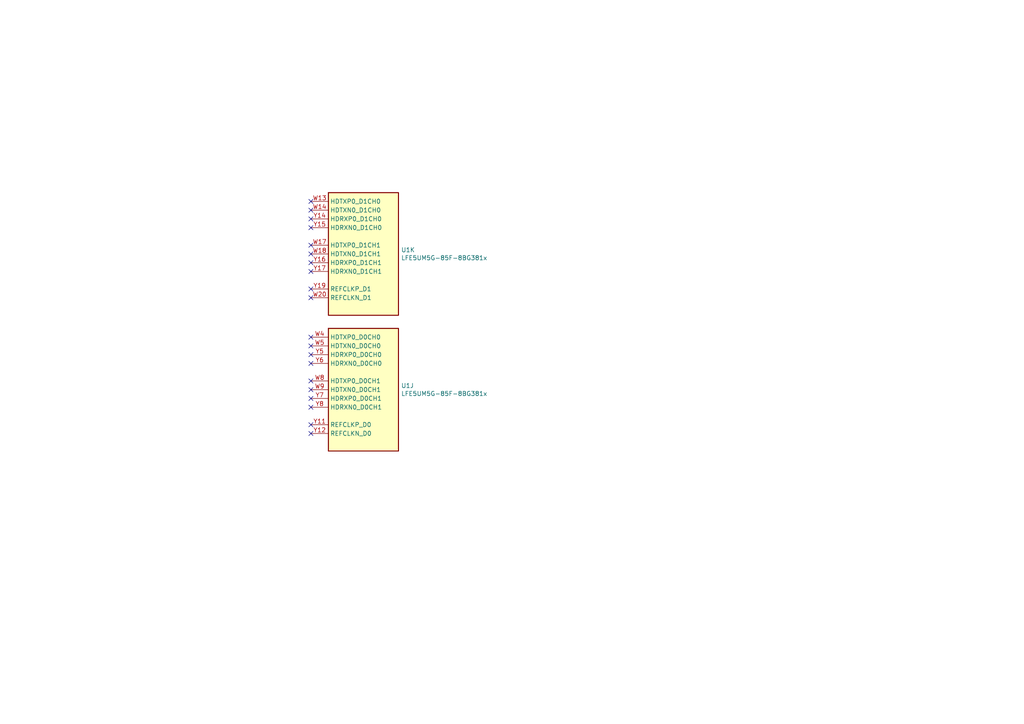
<source format=kicad_sch>
(kicad_sch (version 20210406) (generator eeschema)
  (paper "A4")
  (lib_symbols
    (symbol "Mainboard-rescue:LFE5UM5G-85F-8BG381x-FPGA_Lattice"
      (property "Reference" "U" (at 24.13 16.51 0))
      (property "Value" "LFE5UM5G-85F-8BG381x-FPGA_Lattice" (at 24.13 13.97 0))
      (symbol "LFE5UM5G-85F-8BG381x-FPGA_Lattice_1_1"
        (rectangle (start -25.4 10.16) (end 25.4 -10.16) (stroke (width 0.3048)) (fill (type background)))
        (pin passive line (at 0 -15.24 90) (length 5.08) hide (name "GND") (number "B14"))
        (pin passive line (at 0 -15.24 90) (length 5.08) hide (name "GND") (number "B7"))
        (pin power_in line (at 0 -15.24 90) (length 5.08) (name "GND") (number "C19"))
        (pin passive line (at 0 -15.24 90) (length 5.08) hide (name "GND") (number "D4"))
        (pin passive line (at 0 -15.24 90) (length 5.08) hide (name "GND") (number "F13"))
        (pin passive line (at 0 -15.24 90) (length 5.08) hide (name "GND") (number "F14"))
        (pin passive line (at 12.7 15.24 270) (length 5.08) hide (name "VCCAUX") (number "F15"))
        (pin passive line (at 12.7 15.24 270) (length 5.08) hide (name "VCCAUX") (number "F6"))
        (pin passive line (at 0 -15.24 90) (length 5.08) hide (name "GND") (number "F7"))
        (pin passive line (at 0 -15.24 90) (length 5.08) hide (name "GND") (number "F8"))
        (pin passive line (at 0 -15.24 90) (length 5.08) hide (name "GND") (number "G10"))
        (pin passive line (at 0 -15.24 90) (length 5.08) hide (name "GND") (number "G11"))
        (pin passive line (at 0 -15.24 90) (length 5.08) hide (name "GND") (number "G12"))
        (pin passive line (at 0 -15.24 90) (length 5.08) hide (name "GND") (number "G13"))
        (pin passive line (at 0 -15.24 90) (length 5.08) hide (name "GND") (number "G14"))
        (pin passive line (at 0 -15.24 90) (length 5.08) hide (name "GND") (number "G15"))
        (pin passive line (at 0 -15.24 90) (length 5.08) hide (name "GND") (number "G17"))
        (pin passive line (at 0 -15.24 90) (length 5.08) hide (name "GND") (number "G4"))
        (pin passive line (at 0 -15.24 90) (length 5.08) hide (name "GND") (number "G6"))
        (pin passive line (at 0 -15.24 90) (length 5.08) hide (name "GND") (number "G7"))
        (pin passive line (at 0 -15.24 90) (length 5.08) hide (name "GND") (number "G8"))
        (pin passive line (at 0 -15.24 90) (length 5.08) hide (name "GND") (number "G9"))
        (pin passive line (at 0 15.24 270) (length 5.08) hide (name "VCC") (number "H10"))
        (pin passive line (at 0 15.24 270) (length 5.08) hide (name "VCC") (number "H11"))
        (pin passive line (at 0 15.24 270) (length 5.08) hide (name "VCC") (number "H12"))
        (pin power_in line (at 0 15.24 270) (length 5.08) (name "VCC") (number "H13"))
        (pin passive line (at 0 -15.24 90) (length 5.08) hide (name "GND") (number "H19"))
        (pin passive line (at 0 15.24 270) (length 5.08) hide (name "VCC") (number "H8"))
        (pin passive line (at 0 15.24 270) (length 5.08) hide (name "VCC") (number "H9"))
        (pin passive line (at 0 -15.24 90) (length 5.08) hide (name "GND") (number "J10"))
        (pin passive line (at 0 -15.24 90) (length 5.08) hide (name "GND") (number "J11"))
        (pin passive line (at 0 -15.24 90) (length 5.08) hide (name "GND") (number "J12"))
        (pin passive line (at 0 15.24 270) (length 5.08) hide (name "VCC") (number "J13"))
        (pin passive line (at 0 -15.24 90) (length 5.08) hide (name "GND") (number "J14"))
        (pin passive line (at 0 -15.24 90) (length 5.08) hide (name "GND") (number "J2"))
        (pin passive line (at 0 -15.24 90) (length 5.08) hide (name "GND") (number "J7"))
        (pin passive line (at 0 15.24 270) (length 5.08) hide (name "VCC") (number "J8"))
        (pin passive line (at 0 -15.24 90) (length 5.08) hide (name "GND") (number "J9"))
        (pin passive line (at 0 -15.24 90) (length 5.08) hide (name "GND") (number "K10"))
        (pin passive line (at 0 -15.24 90) (length 5.08) hide (name "GND") (number "K11"))
        (pin passive line (at 0 -15.24 90) (length 5.08) hide (name "GND") (number "K12"))
        (pin passive line (at 0 15.24 270) (length 5.08) hide (name "VCC") (number "K13"))
        (pin passive line (at 0 -15.24 90) (length 5.08) hide (name "GND") (number "K14"))
        (pin passive line (at 0 -15.24 90) (length 5.08) hide (name "GND") (number "K15"))
        (pin passive line (at 0 -15.24 90) (length 5.08) hide (name "GND") (number "K6"))
        (pin passive line (at 0 -15.24 90) (length 5.08) hide (name "GND") (number "K7"))
        (pin passive line (at 0 15.24 270) (length 5.08) hide (name "VCC") (number "K8"))
        (pin passive line (at 0 -15.24 90) (length 5.08) hide (name "GND") (number "K9"))
        (pin passive line (at 0 -15.24 90) (length 5.08) hide (name "GND") (number "L10"))
        (pin passive line (at 0 -15.24 90) (length 5.08) hide (name "GND") (number "L11"))
        (pin passive line (at 0 -15.24 90) (length 5.08) hide (name "GND") (number "L12"))
        (pin passive line (at 0 15.24 270) (length 5.08) hide (name "VCC") (number "L13"))
        (pin passive line (at 0 15.24 270) (length 5.08) hide (name "VCC") (number "L8"))
        (pin passive line (at 0 -15.24 90) (length 5.08) hide (name "GND") (number "L9"))
        (pin passive line (at 0 -15.24 90) (length 5.08) hide (name "GND") (number "M10"))
        (pin passive line (at 0 -15.24 90) (length 5.08) hide (name "GND") (number "M11"))
        (pin passive line (at 0 -15.24 90) (length 5.08) hide (name "GND") (number "M12"))
        (pin passive line (at 0 15.24 270) (length 5.08) hide (name "VCC") (number "M13"))
        (pin passive line (at 0 -15.24 90) (length 5.08) hide (name "GND") (number "M14"))
        (pin passive line (at 0 -15.24 90) (length 5.08) hide (name "GND") (number "M16"))
        (pin passive line (at 0 -15.24 90) (length 5.08) hide (name "GND") (number "M2"))
        (pin passive line (at 0 -15.24 90) (length 5.08) hide (name "GND") (number "M7"))
        (pin passive line (at 0 15.24 270) (length 5.08) hide (name "VCC") (number "M8"))
        (pin passive line (at 0 -15.24 90) (length 5.08) hide (name "GND") (number "M9"))
        (pin passive line (at 0 15.24 270) (length 5.08) hide (name "VCC") (number "N10"))
        (pin passive line (at 0 15.24 270) (length 5.08) hide (name "VCC") (number "N11"))
        (pin passive line (at 0 15.24 270) (length 5.08) hide (name "VCC") (number "N12"))
        (pin passive line (at 0 15.24 270) (length 5.08) hide (name "VCC") (number "N13"))
        (pin passive line (at 0 -15.24 90) (length 5.08) hide (name "GND") (number "N14"))
        (pin passive line (at 0 -15.24 90) (length 5.08) hide (name "GND") (number "N15"))
        (pin passive line (at 0 -15.24 90) (length 5.08) hide (name "GND") (number "N6"))
        (pin passive line (at 0 -15.24 90) (length 5.08) hide (name "GND") (number "N7"))
        (pin passive line (at 0 15.24 270) (length 5.08) hide (name "VCC") (number "N8"))
        (pin passive line (at 0 15.24 270) (length 5.08) hide (name "VCC") (number "N9"))
        (pin passive line (at 0 -15.24 90) (length 5.08) hide (name "GND") (number "P11"))
        (pin passive line (at 0 -15.24 90) (length 5.08) hide (name "GND") (number "P12"))
        (pin passive line (at 0 -15.24 90) (length 5.08) hide (name "GND") (number "P13"))
        (pin passive line (at 0 -15.24 90) (length 5.08) hide (name "GND") (number "P14"))
        (pin power_in line (at 12.7 15.24 270) (length 5.08) (name "VCCAUX") (number "P15"))
        (pin passive line (at 12.7 15.24 270) (length 5.08) hide (name "VCCAUX") (number "P6"))
        (pin passive line (at 0 -15.24 90) (length 5.08) hide (name "GND") (number "P7"))
        (pin passive line (at 0 -15.24 90) (length 5.08) hide (name "GND") (number "P8"))
        (pin passive line (at 0 -15.24 90) (length 5.08) hide (name "GND") (number "R19"))
        (pin power_in line (at -15.24 15.24 270) (length 5.08) (name "VCCHTX1_D0CH1") (number "T10"))
        (pin power_in line (at -12.7 15.24 270) (length 5.08) (name "VCCHTX0_D1CH0") (number "T11"))
        (pin power_in line (at -10.16 15.24 270) (length 5.08) (name "VCCHRX0_D1CH0") (number "T12"))
        (pin power_in line (at -7.62 15.24 270) (length 5.08) (name "VCCHRX1_D1CH1") (number "T13"))
        (pin power_in line (at -5.08 15.24 270) (length 5.08) (name "VCCHTX1_D1CH1") (number "T14"))
        (pin power_in line (at 20.32 15.24 270) (length 5.08) (name "VCCA1") (number "T15"))
        (pin power_in line (at 17.78 15.24 270) (length 5.08) (name "VCCA0") (number "T6"))
        (pin power_in line (at -22.86 15.24 270) (length 5.08) (name "VCCHTX0_D0CH0") (number "T7"))
        (pin power_in line (at -20.32 15.24 270) (length 5.08) (name "VCCHRX0_D0CH0") (number "T8"))
        (pin power_in line (at -17.78 15.24 270) (length 5.08) (name "VCCHRX1_D0CH1") (number "T9"))
        (pin passive line (at 0 -15.24 90) (length 5.08) hide (name "GND") (number "U10"))
        (pin passive line (at 0 -15.24 90) (length 5.08) hide (name "GND") (number "U11"))
        (pin passive line (at 0 -15.24 90) (length 5.08) hide (name "GND") (number "U12"))
        (pin passive line (at 0 -15.24 90) (length 5.08) hide (name "GND") (number "U13"))
        (pin passive line (at 0 -15.24 90) (length 5.08) hide (name "GND") (number "U14"))
        (pin passive line (at 20.32 15.24 270) (length 5.08) hide (name "VCCA1") (number "U15"))
        (pin passive line (at 17.78 15.24 270) (length 5.08) hide (name "VCCA0") (number "U6"))
        (pin passive line (at 0 -15.24 90) (length 5.08) hide (name "GND") (number "U7"))
        (pin passive line (at 0 -15.24 90) (length 5.08) hide (name "GND") (number "U8"))
        (pin passive line (at 0 -15.24 90) (length 5.08) hide (name "GND") (number "U9"))
        (pin passive line (at 5.08 15.24 270) (length 5.08) hide (name "VCCAUXA0") (number "V10"))
        (pin power_in line (at 5.08 15.24 270) (length 5.08) (name "VCCAUXA0") (number "V11"))
        (pin passive line (at 0 -15.24 90) (length 5.08) hide (name "GND") (number "V12"))
        (pin passive line (at 0 -15.24 90) (length 5.08) hide (name "GND") (number "V13"))
        (pin passive line (at 0 -15.24 90) (length 5.08) hide (name "GND") (number "V14"))
        (pin passive line (at 0 -15.24 90) (length 5.08) hide (name "GND") (number "V15"))
        (pin passive line (at 0 -15.24 90) (length 5.08) hide (name "GND") (number "V16"))
        (pin passive line (at 7.62 15.24 270) (length 5.08) hide (name "VCCAUXA1") (number "V17"))
        (pin power_in line (at 7.62 15.24 270) (length 5.08) (name "VCCAUXA1") (number "V18"))
        (pin passive line (at 0 -15.24 90) (length 5.08) hide (name "GND") (number "V19"))
        (pin passive line (at 0 -15.24 90) (length 5.08) hide (name "GND") (number "V20"))
        (pin passive line (at 0 -15.24 90) (length 5.08) hide (name "GND") (number "V5"))
        (pin passive line (at 0 -15.24 90) (length 5.08) hide (name "GND") (number "V6"))
        (pin passive line (at 0 -15.24 90) (length 5.08) hide (name "GND") (number "V7"))
        (pin passive line (at 0 -15.24 90) (length 5.08) hide (name "GND") (number "V8"))
        (pin passive line (at 0 -15.24 90) (length 5.08) hide (name "GND") (number "V9"))
        (pin passive line (at 0 -15.24 90) (length 5.08) hide (name "GND") (number "W12"))
        (pin passive line (at 0 -15.24 90) (length 5.08) hide (name "GND") (number "W15"))
        (pin passive line (at 0 -15.24 90) (length 5.08) hide (name "GND") (number "W16"))
        (pin passive line (at 0 -15.24 90) (length 5.08) hide (name "GND") (number "W19"))
        (pin passive line (at 0 -15.24 90) (length 5.08) hide (name "GND") (number "W6"))
        (pin passive line (at 0 -15.24 90) (length 5.08) hide (name "GND") (number "W7"))
      )
      (symbol "LFE5UM5G-85F-8BG381x-FPGA_Lattice_2_1"
        (rectangle (start -5.08 40.64) (end 5.08 -40.64) (stroke (width 0.3048)) (fill (type background)))
        (pin bidirectional line (at -10.16 -27.94 0) (length 5.08) (name "PT63A") (number "A10"))
        (pin bidirectional line (at -10.16 -30.48 0) (length 5.08) (name "PT63B") (number "A11"))
        (pin bidirectional line (at -10.16 30.48 0) (length 5.08) (name "PT4A") (number "A6"))
        (pin bidirectional line (at -10.16 0 0) (length 5.08) (name "PT18A") (number "A7"))
        (pin bidirectional line (at -10.16 -2.54 0) (length 5.08) (name "PT18B") (number "A8"))
        (pin bidirectional line (at -10.16 -22.86 0) (length 5.08) (name "PT60A") (number "A9"))
        (pin bidirectional line (at -10.16 -25.4 0) (length 5.08) (name "PT60B") (number "B10"))
        (pin bidirectional line (at -10.16 -33.02 0) (length 5.08) (name "PT65A") (number "B11"))
        (pin bidirectional line (at -10.16 27.94 0) (length 5.08) (name "PT4B") (number "B6"))
        (pin bidirectional line (at -10.16 2.54 0) (length 5.08) (name "PT15B") (number "B8"))
        (pin bidirectional line (at -10.16 -17.78 0) (length 5.08) (name "PT58A") (number "B9"))
        (pin bidirectional line (at -10.16 -20.32 0) (length 5.08) (name "PT58B") (number "C10"))
        (pin bidirectional line (at -10.16 -35.56 0) (length 5.08) (name "PT65B") (number "C11"))
        (pin bidirectional line (at -10.16 15.24 0) (length 5.08) (name "PT11A") (number "C6"))
        (pin bidirectional line (at -10.16 12.7 0) (length 5.08) (name "PT11B") (number "C7"))
        (pin bidirectional line (at -10.16 5.08 0) (length 5.08) (name "PT15A") (number "C8"))
        (pin bidirectional line (at -10.16 -10.16 0) (length 5.08) (name "PT54A") (number "C9"))
        (pin bidirectional line (at -10.16 -12.7 0) (length 5.08) (name "PT56A") (number "D10"))
        (pin bidirectional line (at -10.16 22.86 0) (length 5.08) (name "PT6B") (number "D6"))
        (pin bidirectional line (at -10.16 17.78 0) (length 5.08) (name "PT9B") (number "D7"))
        (pin bidirectional line (at -10.16 7.62 0) (length 5.08) (name "PT13B") (number "D8"))
        (pin bidirectional line (at -10.16 -5.08 0) (length 5.08) (name "PT20A") (number "D9"))
        (pin bidirectional line (at -10.16 -15.24 0) (length 5.08) (name "PT56B") (number "E10"))
        (pin bidirectional line (at -10.16 25.4 0) (length 5.08) (name "PT6A") (number "E6"))
        (pin bidirectional line (at -10.16 20.32 0) (length 5.08) (name "PT9A") (number "E7"))
        (pin bidirectional line (at -10.16 10.16 0) (length 5.08) (name "PT13A") (number "E8"))
        (pin bidirectional line (at -10.16 -7.62 0) (length 5.08) (name "PT20B") (number "E9"))
        (pin power_in line (at 0 45.72 270) (length 5.08) (name "VCCIO0") (number "F10"))
        (pin passive line (at 0 45.72 270) (length 5.08) hide (name "VCCIO0") (number "F9"))
      )
      (symbol "LFE5UM5G-85F-8BG381x-FPGA_Lattice_3_1"
        (rectangle (start -5.08 48.26) (end 5.08 -48.26) (stroke (width 0.3048)) (fill (type background)))
        (pin bidirectional line (at -10.16 22.86 0) (length 5.08) (name "PT76A") (number "A12"))
        (pin bidirectional line (at -10.16 20.32 0) (length 5.08) (name "PT76B") (number "A13"))
        (pin bidirectional line (at -10.16 7.62 0) (length 5.08) (name "PT83A") (number "A14"))
        (pin bidirectional line (at -10.16 -2.54 0) (length 5.08) (name "PT103A") (number "A15"))
        (pin bidirectional line (at -10.16 -15.24 0) (length 5.08) (name "PT110A") (number "A16"))
        (pin bidirectional line (at -10.16 -30.48 0) (length 5.08) (name "PT116A") (number "A17"))
        (pin bidirectional line (at -10.16 -35.56 0) (length 5.08) (name "PT119A") (number "A18"))
        (pin bidirectional line (at -10.16 -40.64 0) (length 5.08) (name "PT121A") (number "A19"))
        (pin bidirectional line (at -10.16 33.02 0) (length 5.08) (name "PT71A") (number "B12"))
        (pin bidirectional line (at -10.16 17.78 0) (length 5.08) (name "PT78A") (number "B13"))
        (pin bidirectional line (at -10.16 -5.08 0) (length 5.08) (name "PT105A") (number "B15"))
        (pin bidirectional line (at -10.16 -17.78 0) (length 5.08) (name "PT110B") (number "B16"))
        (pin bidirectional line (at -10.16 -25.4 0) (length 5.08) (name "PT114A") (number "B17"))
        (pin bidirectional line (at -10.16 -33.02 0) (length 5.08) (name "PT116B") (number "B18"))
        (pin bidirectional line (at -10.16 -38.1 0) (length 5.08) (name "PT119B") (number "B19"))
        (pin bidirectional line (at -10.16 -43.18 0) (length 5.08) (name "PT121B") (number "B20"))
        (pin bidirectional line (at -10.16 30.48 0) (length 5.08) (name "PT71B") (number "C12"))
        (pin bidirectional line (at -10.16 15.24 0) (length 5.08) (name "PT78B") (number "C13"))
        (pin bidirectional line (at -10.16 5.08 0) (length 5.08) (name "PT83B") (number "C14"))
        (pin bidirectional line (at -10.16 -7.62 0) (length 5.08) (name "PT105B") (number "C15"))
        (pin bidirectional line (at -10.16 -20.32 0) (length 5.08) (name "PT112A") (number "C16"))
        (pin bidirectional line (at -10.16 -27.94 0) (length 5.08) (name "PT114B") (number "C17"))
        (pin bidirectional line (at -10.16 38.1 0) (length 5.08) (name "PT69A") (number "D11"))
        (pin bidirectional line (at -10.16 27.94 0) (length 5.08) (name "PT74A") (number "D12"))
        (pin bidirectional line (at -10.16 12.7 0) (length 5.08) (name "PT80A") (number "D13"))
        (pin bidirectional line (at -10.16 2.54 0) (length 5.08) (name "PT85A") (number "D14"))
        (pin bidirectional line (at -10.16 -10.16 0) (length 5.08) (name "PT107A") (number "D15"))
        (pin bidirectional line (at -10.16 -22.86 0) (length 5.08) (name "PT112B") (number "D16"))
        (pin bidirectional line (at -10.16 35.56 0) (length 5.08) (name "PT69B") (number "E11"))
        (pin bidirectional line (at -10.16 25.4 0) (length 5.08) (name "PT74B") (number "E12"))
        (pin bidirectional line (at -10.16 10.16 0) (length 5.08) (name "PT80B") (number "E13"))
        (pin bidirectional line (at -10.16 0 0) (length 5.08) (name "PT85B") (number "E14"))
        (pin bidirectional line (at -10.16 -12.7 0) (length 5.08) (name "PT107B") (number "E15"))
        (pin passive line (at 0 53.34 270) (length 5.08) hide (name "VCCIO1") (number "F11"))
        (pin power_in line (at 0 53.34 270) (length 5.08) (name "VCCIO1") (number "F12"))
      )
      (symbol "LFE5UM5G-85F-8BG381x-FPGA_Lattice_4_1"
        (rectangle (start -5.08 48.26) (end 5.08 -48.26) (stroke (width 0.3048)) (fill (type background)))
        (pin bidirectional line (at -10.16 38.1 0) (length 5.08) (name "PR11A") (number "C18"))
        (pin bidirectional line (at -10.16 -7.62 0) (length 5.08) (name "PR35A") (number "C20"))
        (pin bidirectional line (at -10.16 35.56 0) (length 5.08) (name "PR11B") (number "D17"))
        (pin bidirectional line (at -10.16 27.94 0) (length 5.08) (name "PR14A") (number "D18"))
        (pin bidirectional line (at -10.16 -10.16 0) (length 5.08) (name "PR35B") (number "D19"))
        (pin bidirectional line (at -10.16 -12.7 0) (length 5.08) (name "PR35C") (number "D20"))
        (pin bidirectional line (at -10.16 33.02 0) (length 5.08) (name "PR11C") (number "E16"))
        (pin bidirectional line (at -10.16 25.4 0) (length 5.08) (name "PR14B") (number "E17"))
        (pin bidirectional line (at -10.16 22.86 0) (length 5.08) (name "PR14C") (number "E18"))
        (pin bidirectional line (at -10.16 -15.24 0) (length 5.08) (name "PR35D") (number "E19"))
        (pin bidirectional line (at -10.16 -17.78 0) (length 5.08) (name "PR38A") (number "E20"))
        (pin bidirectional line (at -10.16 30.48 0) (length 5.08) (name "PR11D") (number "F16"))
        (pin bidirectional line (at -10.16 17.78 0) (length 5.08) (name "PR17A") (number "F17"))
        (pin bidirectional line (at -10.16 20.32 0) (length 5.08) (name "PR14D") (number "F18"))
        (pin bidirectional line (at -10.16 -20.32 0) (length 5.08) (name "PR38B") (number "F19"))
        (pin bidirectional line (at -10.16 -22.86 0) (length 5.08) (name "PR38C") (number "F20"))
        (pin bidirectional line (at -10.16 12.7 0) (length 5.08) (name "PR17C") (number "G16"))
        (pin bidirectional line (at -10.16 15.24 0) (length 5.08) (name "PR17B") (number "G18"))
        (pin bidirectional line (at -10.16 -27.94 0) (length 5.08) (name "PR41A") (number "G19"))
        (pin bidirectional line (at -10.16 -25.4 0) (length 5.08) (name "PR38D") (number "G20"))
        (pin passive line (at 0 53.34 270) (length 5.08) hide (name "VCCIO2") (number "H14"))
        (pin power_in line (at 0 53.34 270) (length 5.08) (name "VCCIO2") (number "H15"))
        (pin bidirectional line (at -10.16 10.16 0) (length 5.08) (name "PR17D") (number "H16"))
        (pin bidirectional line (at -10.16 5.08 0) (length 5.08) (name "PR20B") (number "H17"))
        (pin bidirectional line (at -10.16 7.62 0) (length 5.08) (name "PR20A") (number "H18"))
        (pin bidirectional line (at -10.16 -30.48 0) (length 5.08) (name "PR41B") (number "H20"))
        (pin passive line (at 0 53.34 270) (length 5.08) hide (name "VCCIO2") (number "J15"))
        (pin bidirectional line (at -10.16 0 0) (length 5.08) (name "PR20D") (number "J16"))
        (pin bidirectional line (at -10.16 2.54 0) (length 5.08) (name "PR20C") (number "J17"))
        (pin bidirectional line (at -10.16 -33.02 0) (length 5.08) (name "PR41C") (number "J18"))
        (pin bidirectional line (at -10.16 -38.1 0) (length 5.08) (name "PR44A") (number "J19"))
        (pin bidirectional line (at -10.16 -43.18 0) (length 5.08) (name "PR44C") (number "J20"))
        (pin bidirectional line (at -10.16 -2.54 0) (length 5.08) (name "PR29A") (number "K16"))
        (pin bidirectional line (at -10.16 -5.08 0) (length 5.08) (name "PR29B") (number "K17"))
        (pin bidirectional line (at -10.16 -35.56 0) (length 5.08) (name "PR41D") (number "K18"))
        (pin bidirectional line (at -10.16 -40.64 0) (length 5.08) (name "PR44B") (number "K19"))
        (pin bidirectional line (at -10.16 -45.72 0) (length 5.08) (name "PR44D") (number "K20"))
      )
      (symbol "LFE5UM5G-85F-8BG381x-FPGA_Lattice_5_1"
        (rectangle (start -5.08 48.26) (end 5.08 -48.26) (stroke (width 0.3048)) (fill (type background)))
        (pin passive line (at 0 53.34 270) (length 5.08) hide (name "VCCIO3") (number "L14"))
        (pin power_in line (at 0 53.34 270) (length 5.08) (name "VCCIO3") (number "L15"))
        (pin bidirectional line (at -10.16 27.94 0) (length 5.08) (name "PR50A") (number "L16"))
        (pin bidirectional line (at -10.16 25.4 0) (length 5.08) (name "PR50B") (number "L17"))
        (pin bidirectional line (at -10.16 22.86 0) (length 5.08) (name "PR50C") (number "L18"))
        (pin bidirectional line (at -10.16 33.02 0) (length 5.08) (name "PR47C") (number "L19"))
        (pin bidirectional line (at -10.16 38.1 0) (length 5.08) (name "PR47A") (number "L20"))
        (pin passive line (at 0 53.34 270) (length 5.08) hide (name "VCCIO3") (number "M15"))
        (pin bidirectional line (at -10.16 15.24 0) (length 5.08) (name "PR53B") (number "M17"))
        (pin bidirectional line (at -10.16 20.32 0) (length 5.08) (name "PR50D") (number "M18"))
        (pin bidirectional line (at -10.16 30.48 0) (length 5.08) (name "PR47D") (number "M19"))
        (pin bidirectional line (at -10.16 35.56 0) (length 5.08) (name "PR47B") (number "M20"))
        (pin bidirectional line (at -10.16 17.78 0) (length 5.08) (name "PR53A") (number "N16"))
        (pin bidirectional line (at -10.16 7.62 0) (length 5.08) (name "PR56A") (number "N17"))
        (pin bidirectional line (at -10.16 12.7 0) (length 5.08) (name "PR53C") (number "N18"))
        (pin bidirectional line (at -10.16 -5.08 0) (length 5.08) (name "PR83A") (number "N19"))
        (pin bidirectional line (at -10.16 -7.62 0) (length 5.08) (name "PR83B") (number "N20"))
        (pin bidirectional line (at -10.16 5.08 0) (length 5.08) (name "PR56B") (number "P16"))
        (pin bidirectional line (at -10.16 10.16 0) (length 5.08) (name "PR53D") (number "P17"))
        (pin bidirectional line (at -10.16 -12.7 0) (length 5.08) (name "PR83D") (number "P18"))
        (pin bidirectional line (at -10.16 -10.16 0) (length 5.08) (name "PR83C") (number "P19"))
        (pin bidirectional line (at -10.16 -15.24 0) (length 5.08) (name "PR86A") (number "P20"))
        (pin bidirectional line (at -10.16 2.54 0) (length 5.08) (name "PR56C") (number "R16"))
        (pin bidirectional line (at -10.16 0 0) (length 5.08) (name "PR56D") (number "R17"))
        (pin bidirectional line (at -10.16 -27.94 0) (length 5.08) (name "PR89B") (number "R18"))
        (pin bidirectional line (at -10.16 -17.78 0) (length 5.08) (name "PR86B") (number "R20"))
        (pin bidirectional line (at -10.16 -2.54 0) (length 5.08) (name "PR77A") (number "T16"))
        (pin bidirectional line (at -10.16 -43.18 0) (length 5.08) (name "PR92D") (number "T17"))
        (pin bidirectional line (at -10.16 -33.02 0) (length 5.08) (name "PR89D") (number "T18"))
        (pin bidirectional line (at -10.16 -25.4 0) (length 5.08) (name "PR89A") (number "T19"))
        (pin bidirectional line (at -10.16 -20.32 0) (length 5.08) (name "PR86C") (number "T20"))
        (pin bidirectional line (at -10.16 -40.64 0) (length 5.08) (name "PR92C") (number "U16"))
        (pin bidirectional line (at -10.16 -38.1 0) (length 5.08) (name "PR92B") (number "U17"))
        (pin bidirectional line (at -10.16 -35.56 0) (length 5.08) (name "PR92A") (number "U18"))
        (pin bidirectional line (at -10.16 -30.48 0) (length 5.08) (name "PR89C") (number "U19"))
        (pin bidirectional line (at -10.16 -22.86 0) (length 5.08) (name "PR86D") (number "U20"))
      )
      (symbol "LFE5UM5G-85F-8BG381x-FPGA_Lattice_6_1"
        (rectangle (start -5.08 48.26) (end 5.08 -48.26) (stroke (width 0.3048)) (fill (type background)))
        (pin bidirectional line (at -10.16 35.56 0) (length 5.08) (name "PL47B") (number "F1"))
        (pin bidirectional line (at -10.16 30.48 0) (length 5.08) (name "PL47D") (number "G1"))
        (pin bidirectional line (at -10.16 38.1 0) (length 5.08) (name "PL47A") (number "G2"))
        (pin bidirectional line (at -10.16 12.7 0) (length 5.08) (name "PL53C") (number "H1"))
        (pin bidirectional line (at -10.16 33.02 0) (length 5.08) (name "PL47C") (number "H2"))
        (pin bidirectional line (at -10.16 15.24 0) (length 5.08) (name "PL53B") (number "J1"))
        (pin bidirectional line (at -10.16 22.86 0) (length 5.08) (name "PL50C") (number "J3"))
        (pin bidirectional line (at -10.16 27.94 0) (length 5.08) (name "PL50A") (number "J4"))
        (pin bidirectional line (at -10.16 25.4 0) (length 5.08) (name "PL50B") (number "J5"))
        (pin bidirectional line (at -10.16 10.16 0) (length 5.08) (name "PL53D") (number "K1"))
        (pin bidirectional line (at -10.16 17.78 0) (length 5.08) (name "PL53A") (number "K2"))
        (pin bidirectional line (at -10.16 20.32 0) (length 5.08) (name "PL50D") (number "K3"))
        (pin bidirectional line (at -10.16 7.62 0) (length 5.08) (name "PL56A") (number "K4"))
        (pin bidirectional line (at -10.16 5.08 0) (length 5.08) (name "PL56B") (number "K5"))
        (pin bidirectional line (at -10.16 -30.48 0) (length 5.08) (name "PL89C") (number "L1"))
        (pin bidirectional line (at -10.16 -22.86 0) (length 5.08) (name "PL86D") (number "L2"))
        (pin bidirectional line (at -10.16 -20.32 0) (length 5.08) (name "PL86C") (number "L3"))
        (pin bidirectional line (at -10.16 2.54 0) (length 5.08) (name "PL56C") (number "L4"))
        (pin bidirectional line (at -10.16 0 0) (length 5.08) (name "PL56D") (number "L5"))
        (pin passive line (at 0 53.34 270) (length 5.08) hide (name "VCCIO6") (number "L6"))
        (pin power_in line (at 0 53.34 270) (length 5.08) (name "VCCIO6") (number "L7"))
        (pin bidirectional line (at -10.16 -27.94 0) (length 5.08) (name "PL89B") (number "M1"))
        (pin bidirectional line (at -10.16 -17.78 0) (length 5.08) (name "PL86B") (number "M3"))
        (pin bidirectional line (at -10.16 -5.08 0) (length 5.08) (name "PL83A") (number "M4"))
        (pin bidirectional line (at -10.16 -2.54 0) (length 5.08) (name "PL77A") (number "M5"))
        (pin passive line (at 0 53.34 270) (length 5.08) hide (name "VCCIO6") (number "M6"))
        (pin bidirectional line (at -10.16 -33.02 0) (length 5.08) (name "PL89D") (number "N1"))
        (pin bidirectional line (at -10.16 -25.4 0) (length 5.08) (name "PL89A") (number "N2"))
        (pin bidirectional line (at -10.16 -15.24 0) (length 5.08) (name "PL86A") (number "N3"))
        (pin bidirectional line (at -10.16 -10.16 0) (length 5.08) (name "PL83C") (number "N4"))
        (pin bidirectional line (at -10.16 -7.62 0) (length 5.08) (name "PL83B") (number "N5"))
        (pin bidirectional line (at -10.16 -35.56 0) (length 5.08) (name "PL92A") (number "P1"))
        (pin bidirectional line (at -10.16 -38.1 0) (length 5.08) (name "PL92B") (number "P2"))
        (pin bidirectional line (at -10.16 -40.64 0) (length 5.08) (name "PL92C") (number "P3"))
        (pin bidirectional line (at -10.16 -43.18 0) (length 5.08) (name "PL92D") (number "P4"))
        (pin bidirectional line (at -10.16 -12.7 0) (length 5.08) (name "PL83D") (number "P5"))
      )
      (symbol "LFE5UM5G-85F-8BG381x-FPGA_Lattice_7_1"
        (rectangle (start -5.08 45.72) (end 5.08 -45.72) (stroke (width 0.3048)) (fill (type background)))
        (pin bidirectional line (at -10.16 -5.08 0) (length 5.08) (name "PL35A") (number "A2"))
        (pin bidirectional line (at -10.16 20.32 0) (length 5.08) (name "PL14C") (number "A3"))
        (pin bidirectional line (at -10.16 35.56 0) (length 5.08) (name "PL11A") (number "A4"))
        (pin bidirectional line (at -10.16 33.02 0) (length 5.08) (name "PL11B") (number "A5"))
        (pin bidirectional line (at -10.16 -7.62 0) (length 5.08) (name "PL35B") (number "B1"))
        (pin bidirectional line (at -10.16 -10.16 0) (length 5.08) (name "PL35C") (number "B2"))
        (pin bidirectional line (at -10.16 17.78 0) (length 5.08) (name "PL14D") (number "B3"))
        (pin bidirectional line (at -10.16 22.86 0) (length 5.08) (name "PL14B") (number "B4"))
        (pin bidirectional line (at -10.16 30.48 0) (length 5.08) (name "PL11C") (number "B5"))
        (pin bidirectional line (at -10.16 -15.24 0) (length 5.08) (name "PL38A") (number "C1"))
        (pin bidirectional line (at -10.16 -12.7 0) (length 5.08) (name "PL35D") (number "C2"))
        (pin bidirectional line (at -10.16 10.16 0) (length 5.08) (name "PL17C") (number "C3"))
        (pin bidirectional line (at -10.16 25.4 0) (length 5.08) (name "PL14A") (number "C4"))
        (pin bidirectional line (at -10.16 27.94 0) (length 5.08) (name "PL11D") (number "C5"))
        (pin bidirectional line (at -10.16 -17.78 0) (length 5.08) (name "PL38B") (number "D1"))
        (pin bidirectional line (at -10.16 -20.32 0) (length 5.08) (name "PL38C") (number "D2"))
        (pin bidirectional line (at -10.16 7.62 0) (length 5.08) (name "PL17D") (number "D3"))
        (pin bidirectional line (at -10.16 12.7 0) (length 5.08) (name "PL17B") (number "D5"))
        (pin bidirectional line (at -10.16 -22.86 0) (length 5.08) (name "PL38D") (number "E1"))
        (pin bidirectional line (at -10.16 -43.18 0) (length 5.08) (name "PL44D") (number "E2"))
        (pin bidirectional line (at -10.16 2.54 0) (length 5.08) (name "PL20B") (number "E3"))
        (pin bidirectional line (at -10.16 15.24 0) (length 5.08) (name "PL17A") (number "E4"))
        (pin bidirectional line (at -10.16 0 0) (length 5.08) (name "PL20C") (number "E5"))
        (pin bidirectional line (at -10.16 -40.64 0) (length 5.08) (name "PL44C") (number "F2"))
        (pin bidirectional line (at -10.16 -38.1 0) (length 5.08) (name "PL44B") (number "F3"))
        (pin bidirectional line (at -10.16 5.08 0) (length 5.08) (name "PL20A") (number "F4"))
        (pin bidirectional line (at -10.16 -2.54 0) (length 5.08) (name "PL20D") (number "F5"))
        (pin bidirectional line (at -10.16 -35.56 0) (length 5.08) (name "PL44A") (number "G3"))
        (pin bidirectional line (at -10.16 -27.94 0) (length 5.08) (name "PL41B") (number "G5"))
        (pin bidirectional line (at -10.16 -33.02 0) (length 5.08) (name "PL41D") (number "H3"))
        (pin bidirectional line (at -10.16 -25.4 0) (length 5.08) (name "PL41A") (number "H4"))
        (pin bidirectional line (at -10.16 -30.48 0) (length 5.08) (name "PL41C") (number "H5"))
        (pin passive line (at 0 50.8 270) (length 5.08) hide (name "VCCIO7") (number "H6"))
        (pin power_in line (at 0 50.8 270) (length 5.08) (name "VCCIO7") (number "H7"))
        (pin passive line (at 0 50.8 270) (length 5.08) hide (name "VCCIO7") (number "J6"))
      )
      (symbol "LFE5UM5G-85F-8BG381x-FPGA_Lattice_8_1"
        (rectangle (start -5.08 22.86) (end 5.08 -22.86) (stroke (width 0.3048)) (fill (type background)))
        (pin power_in line (at 0 27.94 270) (length 5.08) (name "VCCIO8") (number "P10"))
        (pin passive line (at 0 27.94 270) (length 5.08) hide (name "VCCIO8") (number "P9"))
        (pin bidirectional line (at -10.16 12.7 0) (length 5.08) (name "PB4A") (number "R1"))
        (pin bidirectional line (at -10.16 -12.7 0) (length 5.08) (name "PB15A") (number "R2"))
        (pin bidirectional line (at -10.16 -15.24 0) (length 5.08) (name "PB15B") (number "R3"))
        (pin bidirectional line (at -10.16 10.16 0) (length 5.08) (name "PB4B") (number "T1"))
        (pin bidirectional line (at -10.16 -7.62 0) (length 5.08) (name "PB13A") (number "T2"))
        (pin bidirectional line (at -10.16 -17.78 0) (length 5.08) (name "PB18A") (number "T3"))
        (pin bidirectional line (at -10.16 7.62 0) (length 5.08) (name "PB6A") (number "U1"))
        (pin bidirectional line (at -10.16 -10.16 0) (length 5.08) (name "PB13B") (number "U2"))
        (pin bidirectional line (at -10.16 5.08 0) (length 5.08) (name "PB6B") (number "V1"))
        (pin bidirectional line (at -10.16 -2.54 0) (length 5.08) (name "PB11A") (number "V2"))
        (pin bidirectional line (at -10.16 2.54 0) (length 5.08) (name "PB9A") (number "W1"))
        (pin bidirectional line (at -10.16 -5.08 0) (length 5.08) (name "PB11B") (number "W2"))
        (pin bidirectional line (at -10.16 0 0) (length 5.08) (name "PB9B") (number "Y2"))
      )
      (symbol "LFE5UM5G-85F-8BG381x-FPGA_Lattice_9_1"
        (rectangle (start -10.16 12.7) (end 10.16 -12.7) (stroke (width 0.3048)) (fill (type background)))
        (pin input line (at -15.24 -10.16 0) (length 5.08) (name "CFG_2") (number "R4"))
        (pin input line (at 15.24 5.08 180) (length 5.08) (name "TDI") (number "R5"))
        (pin input line (at -15.24 -7.62 0) (length 5.08) (name "CFG_1") (number "T4"))
        (pin input line (at 15.24 7.62 180) (length 5.08) (name "TCK") (number "T5"))
        (pin bidirectional line (at -15.24 10.16 0) (length 5.08) (name "CCLK") (number "U3"))
        (pin input line (at -15.24 -5.08 0) (length 5.08) (name "CFG_0") (number "U4"))
        (pin input line (at 15.24 2.54 180) (length 5.08) (name "TMS") (number "U5"))
        (pin open_collector line (at -15.24 2.54 0) (length 5.08) (name "~INIT") (number "V3"))
        (pin output line (at 15.24 10.16 180) (length 5.08) (name "TDO") (number "V4"))
        (pin no_connect line (at 10.16 -2.54 180) (length 5.08) hide (name "RESERVED") (number "W10"))
        (pin no_connect line (at 10.16 -5.08 180) (length 5.08) hide (name "RESERVED") (number "W11"))
        (pin input line (at -15.24 5.08 0) (length 5.08) (name "~PROGRAM") (number "W3"))
        (pin open_collector line (at -15.24 0 0) (length 5.08) (name "DONE") (number "Y3"))
      )
      (symbol "LFE5UM5G-85F-8BG381x-FPGA_Lattice_10_1"
        (rectangle (start -10.16 17.78) (end 10.16 -17.78) (stroke (width 0.3048)) (fill (type background)))
        (pin output line (at -15.24 15.24 0) (length 5.08) (name "HDTXP0_D0CH0") (number "W4"))
        (pin output line (at -15.24 12.7 0) (length 5.08) (name "HDTXN0_D0CH0") (number "W5"))
        (pin output line (at -15.24 2.54 0) (length 5.08) (name "HDTXP0_D0CH1") (number "W8"))
        (pin output line (at -15.24 0 0) (length 5.08) (name "HDTXN0_D0CH1") (number "W9"))
        (pin input line (at -15.24 -10.16 0) (length 5.08) (name "REFCLKP_D0") (number "Y11"))
        (pin input line (at -15.24 -12.7 0) (length 5.08) (name "REFCLKN_D0") (number "Y12"))
        (pin input line (at -15.24 10.16 0) (length 5.08) (name "HDRXP0_D0CH0") (number "Y5"))
        (pin input line (at -15.24 7.62 0) (length 5.08) (name "HDRXN0_D0CH0") (number "Y6"))
        (pin input line (at -15.24 -2.54 0) (length 5.08) (name "HDRXP0_D0CH1") (number "Y7"))
        (pin input line (at -15.24 -5.08 0) (length 5.08) (name "HDRXN0_D0CH1") (number "Y8"))
      )
      (symbol "LFE5UM5G-85F-8BG381x-FPGA_Lattice_11_1"
        (rectangle (start -10.16 17.78) (end 10.16 -17.78) (stroke (width 0.3048)) (fill (type background)))
        (pin output line (at -15.24 15.24 0) (length 5.08) (name "HDTXP0_D1CH0") (number "W13"))
        (pin output line (at -15.24 12.7 0) (length 5.08) (name "HDTXN0_D1CH0") (number "W14"))
        (pin output line (at -15.24 2.54 0) (length 5.08) (name "HDTXP0_D1CH1") (number "W17"))
        (pin output line (at -15.24 0 0) (length 5.08) (name "HDTXN0_D1CH1") (number "W18"))
        (pin input line (at -15.24 -12.7 0) (length 5.08) (name "REFCLKN_D1") (number "W20"))
        (pin input line (at -15.24 10.16 0) (length 5.08) (name "HDRXP0_D1CH0") (number "Y14"))
        (pin input line (at -15.24 7.62 0) (length 5.08) (name "HDRXN0_D1CH0") (number "Y15"))
        (pin input line (at -15.24 -2.54 0) (length 5.08) (name "HDRXP0_D1CH1") (number "Y16"))
        (pin input line (at -15.24 -5.08 0) (length 5.08) (name "HDRXN0_D1CH1") (number "Y17"))
        (pin input line (at -15.24 -10.16 0) (length 5.08) (name "REFCLKP_D1") (number "Y19"))
      )
    )
  )
  (no_connect (at 90.17 58.42))
  (no_connect (at 90.17 60.96))
  (no_connect (at 90.17 63.5))
  (no_connect (at 90.17 66.04))
  (no_connect (at 90.17 71.12))
  (no_connect (at 90.17 73.66))
  (no_connect (at 90.17 76.2))
  (no_connect (at 90.17 78.74))
  (no_connect (at 90.17 83.82))
  (no_connect (at 90.17 86.36))
  (no_connect (at 90.17 97.79))
  (no_connect (at 90.17 100.33))
  (no_connect (at 90.17 102.87))
  (no_connect (at 90.17 105.41))
  (no_connect (at 90.17 110.49))
  (no_connect (at 90.17 113.03))
  (no_connect (at 90.17 115.57))
  (no_connect (at 90.17 118.11))
  (no_connect (at 90.17 123.19))
  (no_connect (at 90.17 125.73))
  (symbol (lib_id "Mainboard-rescue:LFE5UM5G-85F-8BG381x-FPGA_Lattice") (at 105.41 73.66 0) (unit 11)
    (property "Reference" "U1" (at 116.332 72.4916 0) (effects (justify left)))
    (property "Value" "LFE5UM5G-85F-8BG381x" (at 116.332 74.803 0) (effects (justify left)))
    (property "Footprint" "Package_BGA:Lattice_caBGA-381_17.0x17.0mm_Layout20x20_P0.8mm_Ball0.4mm_Pad0.4mm_NSMD" (effects hide))
    (property "Datasheet" "https://www.latticesemi.com/view_document?document_id=50461" (effects hide))
  )
  (symbol (lib_id "Mainboard-rescue:LFE5UM5G-85F-8BG381x-FPGA_Lattice") (at 105.41 113.03 0) (unit 10)
    (property "Reference" "U1" (at 116.332 111.8616 0) (effects (justify left)))
    (property "Value" "LFE5UM5G-85F-8BG381x" (at 116.332 114.173 0) (effects (justify left)))
    (property "Footprint" "Package_BGA:Lattice_caBGA-381_17.0x17.0mm_Layout20x20_P0.8mm_Ball0.4mm_Pad0.4mm_NSMD" (effects hide))
    (property "Datasheet" "https://www.latticesemi.com/view_document?document_id=50461" (effects hide))
  )
)
</source>
